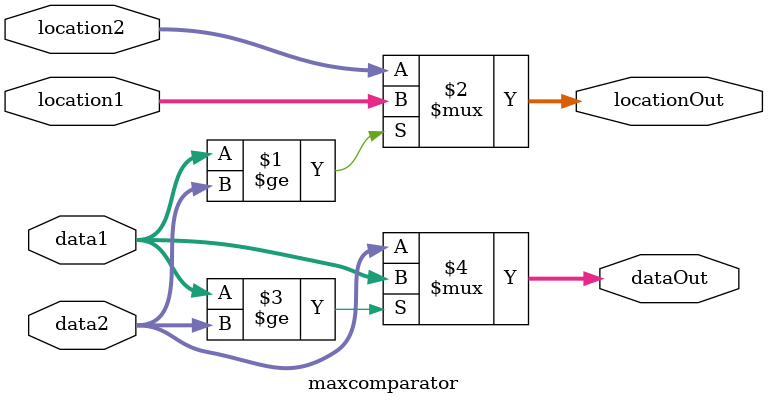
<source format=v>
`timescale 1ns / 1ps


module maxcomparator(
    input [7:0] data1,
    input [7:0] data2,
    input [5:0] location1,
    input [5:0] location2,
    output [7:0] dataOut,
    output [5:0] locationOut
    );
    assign locationOut = data1>=data2? location1:location2 ;
    assign dataOut = data1>=data2? data1:data2;
endmodule

</source>
